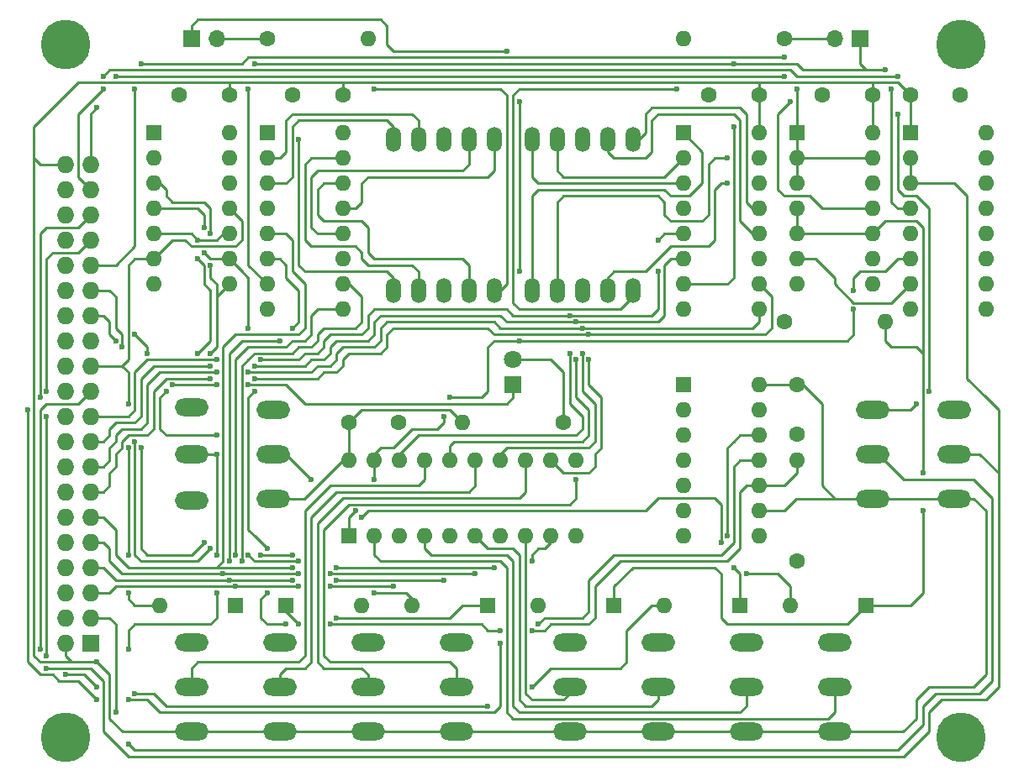
<source format=gtl>
G04 #@! TF.GenerationSoftware,KiCad,Pcbnew,(5.1.5)-3*
G04 #@! TF.CreationDate,2020-04-10T19:04:35+02:00*
G04 #@! TF.ProjectId,RC1802 UI,52433138-3032-4205-9549-2e6b69636164,rev?*
G04 #@! TF.SameCoordinates,Original*
G04 #@! TF.FileFunction,Copper,L1,Top*
G04 #@! TF.FilePolarity,Positive*
%FSLAX46Y46*%
G04 Gerber Fmt 4.6, Leading zero omitted, Abs format (unit mm)*
G04 Created by KiCad (PCBNEW (5.1.5)-3) date 2020-04-10 19:04:35*
%MOMM*%
%LPD*%
G04 APERTURE LIST*
%ADD10R,1.600000X1.600000*%
%ADD11O,1.600000X1.600000*%
%ADD12R,1.727200X1.727200*%
%ADD13O,1.727200X1.727200*%
%ADD14C,5.000000*%
%ADD15C,1.600000*%
%ADD16R,1.800000X1.800000*%
%ADD17C,1.800000*%
%ADD18O,1.524000X2.524000*%
%ADD19O,3.400000X1.800000*%
%ADD20R,1.700000X1.700000*%
%ADD21O,1.700000X1.700000*%
%ADD22C,0.600000*%
%ADD23C,0.250000*%
G04 APERTURE END LIST*
D10*
X178435000Y-80645000D03*
D11*
X186055000Y-95885000D03*
X178435000Y-83185000D03*
X186055000Y-93345000D03*
X178435000Y-85725000D03*
X186055000Y-90805000D03*
X178435000Y-88265000D03*
X186055000Y-88265000D03*
X178435000Y-90805000D03*
X186055000Y-85725000D03*
X178435000Y-93345000D03*
X186055000Y-83185000D03*
X178435000Y-95885000D03*
X186055000Y-80645000D03*
D12*
X107315000Y-132080000D03*
D13*
X104775000Y-132080000D03*
X107315000Y-129540000D03*
X104775000Y-129540000D03*
X107315000Y-127000000D03*
X104775000Y-127000000D03*
X107315000Y-124460000D03*
X104775000Y-124460000D03*
X107315000Y-121920000D03*
X104775000Y-121920000D03*
X107315000Y-119380000D03*
X104775000Y-119380000D03*
X107315000Y-116840000D03*
X104775000Y-116840000D03*
X107315000Y-114300000D03*
X104775000Y-114300000D03*
X107315000Y-111760000D03*
X104775000Y-111760000D03*
X107315000Y-109220000D03*
X104775000Y-109220000D03*
X107315000Y-106680000D03*
X104775000Y-106680000D03*
X107315000Y-104140000D03*
X104775000Y-104140000D03*
X107315000Y-101600000D03*
X104775000Y-101600000D03*
X107315000Y-99060000D03*
X104775000Y-99060000D03*
X107315000Y-96520000D03*
X104775000Y-96520000D03*
X107315000Y-93980000D03*
X104775000Y-93980000D03*
X107315000Y-91440000D03*
X104775000Y-91440000D03*
X107315000Y-88900000D03*
X104775000Y-88900000D03*
X107315000Y-86360000D03*
X104775000Y-86360000D03*
X107315000Y-83820000D03*
X104775000Y-83820000D03*
D10*
X167005000Y-80645000D03*
D11*
X174625000Y-98425000D03*
X167005000Y-83185000D03*
X174625000Y-95885000D03*
X167005000Y-85725000D03*
X174625000Y-93345000D03*
X167005000Y-88265000D03*
X174625000Y-90805000D03*
X167005000Y-90805000D03*
X174625000Y-88265000D03*
X167005000Y-93345000D03*
X174625000Y-85725000D03*
X167005000Y-95885000D03*
X174625000Y-83185000D03*
X167005000Y-98425000D03*
X174625000Y-80645000D03*
D10*
X133350000Y-121285000D03*
D11*
X156210000Y-113665000D03*
X135890000Y-121285000D03*
X153670000Y-113665000D03*
X138430000Y-121285000D03*
X151130000Y-113665000D03*
X140970000Y-121285000D03*
X148590000Y-113665000D03*
X143510000Y-121285000D03*
X146050000Y-113665000D03*
X146050000Y-121285000D03*
X143510000Y-113665000D03*
X148590000Y-121285000D03*
X140970000Y-113665000D03*
X151130000Y-121285000D03*
X138430000Y-113665000D03*
X153670000Y-121285000D03*
X135890000Y-113665000D03*
X156210000Y-121285000D03*
X133350000Y-113665000D03*
D10*
X167005000Y-106045000D03*
D11*
X174625000Y-121285000D03*
X167005000Y-108585000D03*
X174625000Y-118745000D03*
X167005000Y-111125000D03*
X174625000Y-116205000D03*
X167005000Y-113665000D03*
X174625000Y-113665000D03*
X167005000Y-116205000D03*
X174625000Y-111125000D03*
X167005000Y-118745000D03*
X174625000Y-108585000D03*
X167005000Y-121285000D03*
X174625000Y-106045000D03*
D10*
X189865000Y-80645000D03*
D11*
X197485000Y-98425000D03*
X189865000Y-83185000D03*
X197485000Y-95885000D03*
X189865000Y-85725000D03*
X197485000Y-93345000D03*
X189865000Y-88265000D03*
X197485000Y-90805000D03*
X189865000Y-90805000D03*
X197485000Y-88265000D03*
X189865000Y-93345000D03*
X197485000Y-85725000D03*
X189865000Y-95885000D03*
X197485000Y-83185000D03*
X189865000Y-98425000D03*
X197485000Y-80645000D03*
D10*
X113665000Y-80645000D03*
D11*
X121285000Y-95885000D03*
X113665000Y-83185000D03*
X121285000Y-93345000D03*
X113665000Y-85725000D03*
X121285000Y-90805000D03*
X113665000Y-88265000D03*
X121285000Y-88265000D03*
X113665000Y-90805000D03*
X121285000Y-85725000D03*
X113665000Y-93345000D03*
X121285000Y-83185000D03*
X113665000Y-95885000D03*
X121285000Y-80645000D03*
D14*
X104775000Y-71755000D03*
X194945000Y-71755000D03*
D10*
X125095000Y-80645000D03*
D11*
X132715000Y-98425000D03*
X125095000Y-83185000D03*
X132715000Y-95885000D03*
X125095000Y-85725000D03*
X132715000Y-93345000D03*
X125095000Y-88265000D03*
X132715000Y-90805000D03*
X125095000Y-90805000D03*
X132715000Y-88265000D03*
X125095000Y-93345000D03*
X132715000Y-85725000D03*
X125095000Y-95885000D03*
X132715000Y-83185000D03*
X125095000Y-98425000D03*
X132715000Y-80645000D03*
D15*
X177165000Y-99695000D03*
D11*
X187325000Y-99695000D03*
D15*
X178435000Y-123825000D03*
D11*
X178435000Y-113665000D03*
D15*
X154940000Y-109855000D03*
D11*
X144780000Y-109855000D03*
D14*
X194945000Y-141605000D03*
X104775000Y-141605000D03*
D10*
X160020000Y-128270000D03*
D11*
X152400000Y-128270000D03*
D10*
X185420000Y-128270000D03*
D11*
X177800000Y-128270000D03*
D10*
X172720000Y-128270000D03*
D11*
X165100000Y-128270000D03*
D10*
X127000000Y-128270000D03*
D11*
X134620000Y-128270000D03*
D10*
X121920000Y-128270000D03*
D11*
X114300000Y-128270000D03*
D10*
X147320000Y-128270000D03*
D11*
X139700000Y-128270000D03*
D16*
X149860000Y-106045000D03*
D17*
X149860000Y-103505000D03*
D15*
X174625000Y-76835000D03*
X169625000Y-76835000D03*
X133350000Y-109855000D03*
X138350000Y-109855000D03*
X132715000Y-76835000D03*
X127715000Y-76835000D03*
X186055000Y-76835000D03*
X181055000Y-76835000D03*
X178435000Y-106045000D03*
X178435000Y-111045000D03*
X189865000Y-76835000D03*
X194865000Y-76835000D03*
X121285000Y-76835000D03*
X116285000Y-76835000D03*
D18*
X151765000Y-96520000D03*
X154305000Y-96520000D03*
X156845000Y-96520000D03*
X159385000Y-96520000D03*
X161925000Y-96520000D03*
X161925000Y-81280000D03*
X159385000Y-81280000D03*
X156845000Y-81280000D03*
X154305000Y-81280000D03*
X151765000Y-81280000D03*
X137795000Y-96520000D03*
X140335000Y-96520000D03*
X142875000Y-96520000D03*
X145415000Y-96520000D03*
X147955000Y-96520000D03*
X147955000Y-81280000D03*
X145415000Y-81280000D03*
X142875000Y-81280000D03*
X140335000Y-81280000D03*
X137795000Y-81280000D03*
D19*
X194310000Y-117530000D03*
X194310000Y-113030000D03*
X194310000Y-108530000D03*
X125730000Y-117530000D03*
X125730000Y-113030000D03*
X125730000Y-108530000D03*
X173355000Y-141025000D03*
X173355000Y-136525000D03*
X173355000Y-132025000D03*
D20*
X117475000Y-71120000D03*
D21*
X120015000Y-71120000D03*
D20*
X184785000Y-71120000D03*
D21*
X182245000Y-71120000D03*
D15*
X125095000Y-71120000D03*
D11*
X135255000Y-71120000D03*
D15*
X177165000Y-71120000D03*
D11*
X167005000Y-71120000D03*
D19*
X186055000Y-117530000D03*
X186055000Y-113030000D03*
X186055000Y-108530000D03*
X117475000Y-141025000D03*
X117475000Y-136525000D03*
X117475000Y-132025000D03*
X126365000Y-141025000D03*
X126365000Y-136525000D03*
X126365000Y-132025000D03*
X135255000Y-141025000D03*
X135255000Y-136525000D03*
X135255000Y-132025000D03*
X144145000Y-141025000D03*
X144145000Y-136525000D03*
X144145000Y-132025000D03*
X155575000Y-141025000D03*
X155575000Y-136525000D03*
X155575000Y-132025000D03*
X164465000Y-141025000D03*
X164465000Y-136525000D03*
X164465000Y-132025000D03*
X182245000Y-141025000D03*
X182245000Y-136525000D03*
X182245000Y-132025000D03*
X117475000Y-108330000D03*
X117475000Y-113030000D03*
X117475000Y-117730000D03*
D22*
X128270000Y-81280000D03*
X171450000Y-83185000D03*
X171450000Y-85725000D03*
X107950000Y-133985000D03*
X111125000Y-132715000D03*
X120015000Y-127000000D03*
X120015000Y-123190000D03*
X120015000Y-113030000D03*
X123190000Y-100330000D03*
X123825000Y-106680000D03*
X132080000Y-129540000D03*
X127000000Y-130175000D03*
X125095000Y-122555000D03*
X125095000Y-127000000D03*
X118745000Y-92710000D03*
X118745000Y-90170000D03*
X152400000Y-130175000D03*
X127635000Y-123190000D03*
X135890000Y-127000000D03*
X112395000Y-112395000D03*
X118745000Y-121920000D03*
X109855000Y-101600000D03*
X124460000Y-123190000D03*
X128270000Y-130175000D03*
X131445000Y-130175000D03*
X148590000Y-130810000D03*
X151765000Y-130810000D03*
X110490000Y-102235000D03*
X123190000Y-123190000D03*
X119380000Y-122555000D03*
X128270000Y-123825000D03*
X111760000Y-111760000D03*
X172085000Y-124460000D03*
X171450000Y-121285000D03*
X102870000Y-106680000D03*
X102870000Y-109220000D03*
X102870000Y-133350000D03*
X104775000Y-135255000D03*
X111760000Y-137160000D03*
X107950000Y-136525000D03*
X147320000Y-138430000D03*
X151765000Y-136525000D03*
X191135000Y-118745000D03*
X191135000Y-114935000D03*
X134620000Y-119380000D03*
X173355000Y-125095000D03*
X170815000Y-121920000D03*
X129540000Y-115570000D03*
X120015000Y-111125000D03*
X118110000Y-91440000D03*
X118110000Y-93345000D03*
X118110000Y-102870000D03*
X114935000Y-106680000D03*
X102235000Y-107315000D03*
X100965000Y-108585000D03*
X111125000Y-137795000D03*
X107950000Y-137795000D03*
X148590000Y-132080000D03*
X177800000Y-77470000D03*
X177165000Y-73025000D03*
X112395000Y-73660000D03*
X111760000Y-76200000D03*
X190500000Y-107950000D03*
X191770000Y-106680000D03*
X107950000Y-78105000D03*
X108585000Y-74930000D03*
X188595000Y-74930000D03*
X188595000Y-78740000D03*
X177165000Y-74930000D03*
X178435000Y-76200000D03*
X108585000Y-76200000D03*
X109855000Y-74930000D03*
X155575000Y-99060000D03*
X155575000Y-102870000D03*
X164465000Y-91440000D03*
X120015000Y-103505000D03*
X124460000Y-103505000D03*
X164465000Y-94615000D03*
X156210000Y-99695000D03*
X156210000Y-103505000D03*
X123825000Y-104140000D03*
X119380000Y-104140000D03*
X156845000Y-100330000D03*
X156845000Y-102870000D03*
X123190000Y-104775000D03*
X120015000Y-104775000D03*
X157480000Y-100965000D03*
X157480000Y-103505000D03*
X123825000Y-105410000D03*
X119380000Y-105410000D03*
X127635000Y-124460000D03*
X132080000Y-124460000D03*
X151765000Y-123825000D03*
X147955000Y-124460000D03*
X120650000Y-125095000D03*
X121285000Y-123825000D03*
X126365000Y-101600000D03*
X127635000Y-100330000D03*
X131445000Y-125095000D03*
X128270000Y-125095000D03*
X146050000Y-125095000D03*
X121920000Y-123190000D03*
X121285000Y-125730000D03*
X142875000Y-125730000D03*
X127635000Y-125730000D03*
X132080000Y-125730000D03*
X121920000Y-126365000D03*
X122555000Y-123825000D03*
X128270000Y-126365000D03*
X131445000Y-126365000D03*
X137795000Y-126365000D03*
X156210000Y-115570000D03*
X123190000Y-76200000D03*
X123825000Y-73660000D03*
X172085000Y-73660000D03*
X172085000Y-80010000D03*
X187960000Y-76200000D03*
X187325000Y-74295000D03*
X150495000Y-101600000D03*
X150495000Y-94615000D03*
X150495000Y-77470000D03*
X149225000Y-72390000D03*
X143510000Y-107315000D03*
X142875000Y-109220000D03*
X184150000Y-98425000D03*
X184150000Y-96520000D03*
X135890000Y-115570000D03*
X133985000Y-118745000D03*
X111125000Y-123190000D03*
X111125000Y-127000000D03*
X111125000Y-112395000D03*
X111125000Y-107950000D03*
X102870000Y-134620000D03*
X102235000Y-132715000D03*
X111125000Y-142240000D03*
X109855000Y-139065000D03*
X119380000Y-102870000D03*
X119380000Y-93980000D03*
X119380000Y-90805000D03*
X135890000Y-76200000D03*
X166370000Y-76200000D03*
X123190000Y-106045000D03*
X120015000Y-106045000D03*
X115570000Y-106045000D03*
X113030000Y-102870000D03*
X111760000Y-100965000D03*
D23*
X128270000Y-87630000D02*
X128270000Y-81280000D01*
X130175000Y-94615000D02*
X128905000Y-94615000D01*
X128270000Y-93980000D02*
X128270000Y-87630000D01*
X128905000Y-94615000D02*
X128270000Y-93980000D01*
X131445000Y-94615000D02*
X130175000Y-94615000D01*
X137160000Y-94615000D02*
X137795000Y-95250000D01*
X131445000Y-94615000D02*
X137160000Y-94615000D01*
X137795000Y-95250000D02*
X137795000Y-96520000D01*
X133985000Y-92075000D02*
X134620000Y-92710000D01*
X139700000Y-93980000D02*
X140335000Y-94615000D01*
X135255000Y-93980000D02*
X139700000Y-93980000D01*
X134620000Y-93345000D02*
X135255000Y-93980000D01*
X134620000Y-92710000D02*
X134620000Y-93345000D01*
X130810000Y-92075000D02*
X129540000Y-92075000D01*
X129540000Y-83185000D02*
X130810000Y-83185000D01*
X128905000Y-83820000D02*
X129540000Y-83185000D01*
X128905000Y-91440000D02*
X128905000Y-83820000D01*
X129540000Y-92075000D02*
X128905000Y-91440000D01*
X132715000Y-83185000D02*
X130810000Y-83185000D01*
X130810000Y-92075000D02*
X132080000Y-92075000D01*
X132715000Y-83185000D02*
X132080000Y-83185000D01*
X132080000Y-92075000D02*
X133985000Y-92075000D01*
X140335000Y-94615000D02*
X140335000Y-96520000D01*
X134620000Y-89535000D02*
X135255000Y-90170000D01*
X144780000Y-93345000D02*
X145415000Y-93980000D01*
X135890000Y-93345000D02*
X144780000Y-93345000D01*
X135255000Y-92710000D02*
X135890000Y-93345000D01*
X135255000Y-90170000D02*
X135255000Y-92710000D01*
X132715000Y-85725000D02*
X130810000Y-85725000D01*
X130810000Y-89535000D02*
X132080000Y-89535000D01*
X130175000Y-88900000D02*
X130810000Y-89535000D01*
X130175000Y-86360000D02*
X130175000Y-88900000D01*
X130810000Y-85725000D02*
X130175000Y-86360000D01*
X132715000Y-85725000D02*
X132080000Y-85725000D01*
X132080000Y-89535000D02*
X133985000Y-89535000D01*
X133985000Y-89535000D02*
X134620000Y-89535000D01*
X145415000Y-93980000D02*
X145415000Y-96520000D01*
X147955000Y-81280000D02*
X147955000Y-84455000D01*
X133985000Y-88265000D02*
X132715000Y-88265000D01*
X134620000Y-87630000D02*
X133985000Y-88265000D01*
X134620000Y-85725000D02*
X134620000Y-87630000D01*
X135255000Y-85090000D02*
X134620000Y-85725000D01*
X147320000Y-85090000D02*
X135255000Y-85090000D01*
X147955000Y-84455000D02*
X147320000Y-85090000D01*
X131445000Y-90805000D02*
X130175000Y-90805000D01*
X130175000Y-84455000D02*
X131445000Y-84455000D01*
X129540000Y-85090000D02*
X130175000Y-84455000D01*
X129540000Y-90170000D02*
X129540000Y-85090000D01*
X130175000Y-90805000D02*
X129540000Y-90170000D01*
X132715000Y-90805000D02*
X131445000Y-90805000D01*
X145415000Y-83820000D02*
X145415000Y-81280000D01*
X131445000Y-84455000D02*
X144780000Y-84455000D01*
X144780000Y-84455000D02*
X145415000Y-83820000D01*
X134620000Y-78740000D02*
X139700000Y-78740000D01*
X126365000Y-83185000D02*
X127000000Y-82550000D01*
X127000000Y-82550000D02*
X127000000Y-79375000D01*
X127000000Y-79375000D02*
X127635000Y-78740000D01*
X127635000Y-78740000D02*
X134620000Y-78740000D01*
X125095000Y-83185000D02*
X126365000Y-83185000D01*
X140335000Y-79375000D02*
X140335000Y-81280000D01*
X139700000Y-78740000D02*
X140335000Y-79375000D01*
X134620000Y-79375000D02*
X137160000Y-79375000D01*
X127000000Y-85725000D02*
X127635000Y-85090000D01*
X127635000Y-85090000D02*
X127635000Y-80010000D01*
X127635000Y-80010000D02*
X128270000Y-79375000D01*
X128270000Y-79375000D02*
X134620000Y-79375000D01*
X125095000Y-85725000D02*
X127000000Y-85725000D01*
X137795000Y-80010000D02*
X137795000Y-81280000D01*
X137160000Y-79375000D02*
X137795000Y-80010000D01*
X165735000Y-86995000D02*
X165100000Y-86360000D01*
X151765000Y-86995000D02*
X151765000Y-87630000D01*
X152400000Y-86360000D02*
X151765000Y-86995000D01*
X165100000Y-86360000D02*
X152400000Y-86360000D01*
X151765000Y-96520000D02*
X151765000Y-87630000D01*
X168910000Y-82550000D02*
X167005000Y-80645000D01*
X168910000Y-85725000D02*
X168910000Y-82550000D01*
X167640000Y-86995000D02*
X168910000Y-85725000D01*
X165735000Y-86995000D02*
X167640000Y-86995000D01*
X170180000Y-83185000D02*
X171450000Y-83185000D01*
X169545000Y-88900000D02*
X168910000Y-89535000D01*
X169545000Y-83820000D02*
X169545000Y-88900000D01*
X170180000Y-83185000D02*
X169545000Y-83820000D01*
X154305000Y-90170000D02*
X154305000Y-96520000D01*
X165735000Y-89535000D02*
X168275000Y-89535000D01*
X168910000Y-89535000D02*
X168275000Y-89535000D01*
X165100000Y-88900000D02*
X165100000Y-87630000D01*
X165100000Y-87630000D02*
X164465000Y-86995000D01*
X164465000Y-86995000D02*
X154940000Y-86995000D01*
X154940000Y-86995000D02*
X154305000Y-87630000D01*
X154305000Y-87630000D02*
X154305000Y-90170000D01*
X165735000Y-89535000D02*
X165100000Y-88900000D01*
X170815000Y-85725000D02*
X171450000Y-85725000D01*
X159385000Y-96520000D02*
X159385000Y-95250000D01*
X165735000Y-92075000D02*
X163195000Y-94615000D01*
X163195000Y-94615000D02*
X160020000Y-94615000D01*
X160020000Y-94615000D02*
X159385000Y-95250000D01*
X168275000Y-92075000D02*
X169545000Y-92075000D01*
X170180000Y-86360000D02*
X170815000Y-85725000D01*
X170180000Y-91440000D02*
X170180000Y-86360000D01*
X169545000Y-92075000D02*
X170180000Y-91440000D01*
X168275000Y-92075000D02*
X165735000Y-92075000D01*
X161925000Y-81280000D02*
X162560000Y-81280000D01*
X162560000Y-81280000D02*
X163195000Y-80645000D01*
X163195000Y-80645000D02*
X163195000Y-78740000D01*
X163195000Y-78740000D02*
X163830000Y-78105000D01*
X174625000Y-88265000D02*
X173990000Y-88265000D01*
X173990000Y-88265000D02*
X173355000Y-87630000D01*
X173355000Y-87630000D02*
X173355000Y-78740000D01*
X173355000Y-78740000D02*
X172720000Y-78105000D01*
X172720000Y-78105000D02*
X163830000Y-78105000D01*
X163830000Y-81915000D02*
X163830000Y-82550000D01*
X160020000Y-83185000D02*
X159385000Y-82550000D01*
X163195000Y-83185000D02*
X160020000Y-83185000D01*
X163830000Y-82550000D02*
X163195000Y-83185000D01*
X165100000Y-78740000D02*
X164465000Y-78740000D01*
X172720000Y-79375000D02*
X172085000Y-78740000D01*
X172085000Y-78740000D02*
X165100000Y-78740000D01*
X173990000Y-90805000D02*
X172720000Y-89535000D01*
X172720000Y-89535000D02*
X172720000Y-84455000D01*
X172720000Y-84455000D02*
X172720000Y-79375000D01*
X159385000Y-82550000D02*
X159385000Y-81280000D01*
X163830000Y-79375000D02*
X163830000Y-81915000D01*
X164465000Y-78740000D02*
X163830000Y-79375000D01*
X174625000Y-90805000D02*
X173990000Y-90805000D01*
X154305000Y-81280000D02*
X154305000Y-84455000D01*
X165100000Y-85090000D02*
X167005000Y-83185000D01*
X154940000Y-85090000D02*
X165100000Y-85090000D01*
X154305000Y-84455000D02*
X154940000Y-85090000D01*
X151765000Y-81280000D02*
X151765000Y-85090000D01*
X152400000Y-85725000D02*
X167005000Y-85725000D01*
X151765000Y-85090000D02*
X152400000Y-85725000D01*
X104775000Y-83820000D02*
X102235000Y-83820000D01*
X102235000Y-83820000D02*
X101600000Y-83185000D01*
X114935000Y-130175000D02*
X111760000Y-130175000D01*
X111125000Y-130810000D02*
X111125000Y-132715000D01*
X111760000Y-130175000D02*
X111125000Y-130810000D01*
X115570000Y-130175000D02*
X119380000Y-130175000D01*
X114935000Y-130175000D02*
X115570000Y-130175000D01*
X105410000Y-133985000D02*
X107950000Y-133985000D01*
X107950000Y-133985000D02*
X109220000Y-135255000D01*
X109220000Y-135255000D02*
X109220000Y-139700000D01*
X101600000Y-80010000D02*
X106045000Y-75565000D01*
X105410000Y-133985000D02*
X102235000Y-133985000D01*
X101600000Y-133350000D02*
X101600000Y-83185000D01*
X101600000Y-83185000D02*
X101600000Y-80010000D01*
X102235000Y-133985000D02*
X101600000Y-133350000D01*
X104775000Y-133350000D02*
X105410000Y-133985000D01*
X125730000Y-117530000D02*
X128850000Y-117530000D01*
X128850000Y-117530000D02*
X132715000Y-113665000D01*
X132715000Y-113665000D02*
X133350000Y-113665000D01*
X143510000Y-108585000D02*
X134620000Y-108585000D01*
X134620000Y-108585000D02*
X133350000Y-109855000D01*
X117475000Y-113030000D02*
X120015000Y-113030000D01*
X120015000Y-129540000D02*
X120015000Y-127000000D01*
X119380000Y-130175000D02*
X120015000Y-129540000D01*
X120015000Y-123190000D02*
X120015000Y-113030000D01*
X117475000Y-113030000D02*
X116840000Y-113030000D01*
X114300000Y-141025000D02*
X114300000Y-140970000D01*
X114300000Y-140970000D02*
X114300000Y-141025000D01*
X194310000Y-117530000D02*
X186055000Y-117530000D01*
X143455000Y-108530000D02*
X143510000Y-108585000D01*
X143510000Y-108585000D02*
X144780000Y-109855000D01*
X194310000Y-117530000D02*
X196270000Y-117530000D01*
X191770000Y-136525000D02*
X193040000Y-136525000D01*
X190500000Y-137795000D02*
X191770000Y-136525000D01*
X190500000Y-139700000D02*
X190500000Y-137795000D01*
X189175000Y-141025000D02*
X190500000Y-139700000D01*
X182245000Y-141025000D02*
X189175000Y-141025000D01*
X197485000Y-118745000D02*
X197485000Y-135255000D01*
X197485000Y-135255000D02*
X196215000Y-136525000D01*
X196215000Y-136525000D02*
X193040000Y-136525000D01*
X196270000Y-117530000D02*
X197485000Y-118745000D01*
X178435000Y-106045000D02*
X179070000Y-106045000D01*
X179070000Y-106045000D02*
X180975000Y-107950000D01*
X180975000Y-116205000D02*
X182300000Y-117530000D01*
X180975000Y-107950000D02*
X180975000Y-116205000D01*
X174625000Y-106045000D02*
X178435000Y-106045000D01*
X174625000Y-118745000D02*
X177165000Y-118745000D01*
X178380000Y-117530000D02*
X182300000Y-117530000D01*
X182300000Y-117530000D02*
X186055000Y-117530000D01*
X177165000Y-118745000D02*
X178380000Y-117530000D01*
X174625000Y-76835000D02*
X174625000Y-80645000D01*
X189865000Y-76835000D02*
X189865000Y-80645000D01*
X186055000Y-76835000D02*
X186055000Y-80645000D01*
X133350000Y-109855000D02*
X133350000Y-113665000D01*
X110545000Y-141025000D02*
X114300000Y-141025000D01*
X109220000Y-139700000D02*
X110545000Y-141025000D01*
X114300000Y-141025000D02*
X117475000Y-141025000D01*
X173355000Y-141025000D02*
X182245000Y-141025000D01*
X164465000Y-141025000D02*
X173355000Y-141025000D01*
X155575000Y-141025000D02*
X164465000Y-141025000D01*
X144145000Y-141025000D02*
X155575000Y-141025000D01*
X135255000Y-141025000D02*
X144145000Y-141025000D01*
X126365000Y-141025000D02*
X135255000Y-141025000D01*
X117475000Y-141025000D02*
X126365000Y-141025000D01*
X186055000Y-75565000D02*
X186055000Y-76835000D01*
X174625000Y-76835000D02*
X174625000Y-75565000D01*
X132715000Y-75565000D02*
X132715000Y-76835000D01*
X121285000Y-75565000D02*
X122555000Y-75565000D01*
X121285000Y-75565000D02*
X121285000Y-76835000D01*
X106045000Y-75565000D02*
X121285000Y-75565000D01*
X133985000Y-75565000D02*
X132715000Y-75565000D01*
X174625000Y-75565000D02*
X133985000Y-75565000D01*
X132715000Y-75565000D02*
X122555000Y-75565000D01*
X175895000Y-75565000D02*
X174625000Y-75565000D01*
X175895000Y-75565000D02*
X184785000Y-75565000D01*
X184785000Y-75565000D02*
X186055000Y-75565000D01*
X186055000Y-75565000D02*
X188595000Y-75565000D01*
X188595000Y-75565000D02*
X189865000Y-76835000D01*
X104775000Y-132080000D02*
X104775000Y-133350000D01*
X124460000Y-127635000D02*
X125095000Y-127000000D01*
X121285000Y-93345000D02*
X122555000Y-94615000D01*
X123190000Y-100330000D02*
X123190000Y-97155000D01*
X123190000Y-107315000D02*
X123825000Y-106680000D01*
X123190000Y-97155000D02*
X123190000Y-96520000D01*
X123190000Y-95250000D02*
X122555000Y-94615000D01*
X123190000Y-96520000D02*
X123190000Y-95250000D01*
X144780000Y-128270000D02*
X143510000Y-129540000D01*
X143510000Y-129540000D02*
X132080000Y-129540000D01*
X127000000Y-130175000D02*
X125095000Y-130175000D01*
X125095000Y-130175000D02*
X124460000Y-129540000D01*
X124460000Y-129540000D02*
X124460000Y-127635000D01*
X144780000Y-128270000D02*
X147320000Y-128270000D01*
X123190000Y-107315000D02*
X123190000Y-118745000D01*
X123190000Y-120650000D02*
X123190000Y-118745000D01*
X123825000Y-121285000D02*
X123190000Y-120650000D01*
X125095000Y-122555000D02*
X123825000Y-121285000D01*
X118745000Y-92710000D02*
X119380000Y-93345000D01*
X119380000Y-93345000D02*
X121285000Y-93345000D01*
X113665000Y-88265000D02*
X118110000Y-88265000D01*
X118745000Y-88900000D02*
X118745000Y-90170000D01*
X118110000Y-88265000D02*
X118745000Y-88900000D01*
X169545000Y-123190000D02*
X170815000Y-123190000D01*
X157480000Y-128905000D02*
X157480000Y-125730000D01*
X153035000Y-129540000D02*
X156845000Y-129540000D01*
X156845000Y-129540000D02*
X157480000Y-128905000D01*
X152400000Y-130175000D02*
X153035000Y-129540000D01*
X160020000Y-123190000D02*
X160655000Y-123190000D01*
X157480000Y-125730000D02*
X160020000Y-123190000D01*
X160655000Y-123190000D02*
X169545000Y-123190000D01*
X172720000Y-113665000D02*
X174625000Y-113665000D01*
X172085000Y-114300000D02*
X172720000Y-113665000D01*
X172085000Y-121920000D02*
X172085000Y-114300000D01*
X170815000Y-123190000D02*
X172085000Y-121920000D01*
X127635000Y-123190000D02*
X124460000Y-123190000D01*
X139065000Y-127000000D02*
X135890000Y-127000000D01*
X139700000Y-127635000D02*
X139065000Y-127000000D01*
X112395000Y-113030000D02*
X112395000Y-112395000D01*
X117475000Y-123190000D02*
X113030000Y-123190000D01*
X113030000Y-123190000D02*
X112395000Y-122555000D01*
X112395000Y-122555000D02*
X112395000Y-113030000D01*
X118745000Y-121920000D02*
X117475000Y-123190000D01*
X139700000Y-127635000D02*
X139700000Y-128270000D01*
X109855000Y-101600000D02*
X109855000Y-101600000D01*
X108585000Y-99060000D02*
X107315000Y-99060000D01*
X109855000Y-101600000D02*
X109220000Y-100965000D01*
X109220000Y-100965000D02*
X109220000Y-99695000D01*
X109220000Y-99695000D02*
X108585000Y-99060000D01*
X153670000Y-130175000D02*
X157480000Y-130175000D01*
X158115000Y-129540000D02*
X158115000Y-126365000D01*
X157480000Y-130175000D02*
X158115000Y-129540000D01*
X153670000Y-130175000D02*
X153035000Y-130810000D01*
X158115000Y-126365000D02*
X160655000Y-123825000D01*
X174625000Y-116205000D02*
X173355000Y-116205000D01*
X172720000Y-116840000D02*
X173355000Y-116205000D01*
X172720000Y-122555000D02*
X172720000Y-116840000D01*
X171450000Y-123825000D02*
X172720000Y-122555000D01*
X160655000Y-123825000D02*
X171450000Y-123825000D01*
X147320000Y-130810000D02*
X148590000Y-130810000D01*
X131445000Y-130175000D02*
X146685000Y-130175000D01*
X128270000Y-130175000D02*
X127000000Y-128905000D01*
X146685000Y-130175000D02*
X147320000Y-130810000D01*
X153035000Y-130810000D02*
X151765000Y-130810000D01*
X127000000Y-128270000D02*
X127000000Y-128905000D01*
X174625000Y-116205000D02*
X177165000Y-116205000D01*
X177165000Y-116205000D02*
X178435000Y-114935000D01*
X178435000Y-114935000D02*
X178435000Y-113665000D01*
X110490000Y-102235000D02*
X110490000Y-100965000D01*
X119380000Y-122555000D02*
X118110000Y-123825000D01*
X123825000Y-123825000D02*
X123190000Y-123190000D01*
X128270000Y-123825000D02*
X124460000Y-123825000D01*
X124460000Y-123825000D02*
X123825000Y-123825000D01*
X111760000Y-123190000D02*
X111760000Y-111760000D01*
X112395000Y-123825000D02*
X111760000Y-123190000D01*
X118110000Y-123825000D02*
X112395000Y-123825000D01*
X109220000Y-96520000D02*
X107315000Y-96520000D01*
X109855000Y-97155000D02*
X109220000Y-96520000D01*
X109855000Y-100330000D02*
X109855000Y-97155000D01*
X110490000Y-100965000D02*
X109855000Y-100330000D01*
X172085000Y-111760000D02*
X171450000Y-112395000D01*
X172720000Y-125095000D02*
X172085000Y-124460000D01*
X172085000Y-111760000D02*
X172720000Y-111125000D01*
X174625000Y-111125000D02*
X172720000Y-111125000D01*
X172720000Y-125095000D02*
X172720000Y-128270000D01*
X171450000Y-112395000D02*
X171450000Y-121285000D01*
X113665000Y-137160000D02*
X114935000Y-138430000D01*
X114935000Y-138430000D02*
X140970000Y-138430000D01*
X104775000Y-135255000D02*
X106680000Y-135255000D01*
X102870000Y-109220000D02*
X102870000Y-133350000D01*
X103505000Y-92710000D02*
X106045000Y-92710000D01*
X102870000Y-93345000D02*
X103505000Y-92710000D01*
X106045000Y-92710000D02*
X107315000Y-91440000D01*
X102870000Y-93345000D02*
X102870000Y-106680000D01*
X106680000Y-135255000D02*
X107950000Y-136525000D01*
X111760000Y-137160000D02*
X113665000Y-137160000D01*
X147320000Y-138430000D02*
X140970000Y-138430000D01*
X165100000Y-128270000D02*
X163830000Y-128270000D01*
X153670000Y-134620000D02*
X151765000Y-136525000D01*
X160655000Y-134620000D02*
X153670000Y-134620000D01*
X161290000Y-133985000D02*
X160655000Y-134620000D01*
X161290000Y-130810000D02*
X161290000Y-133985000D01*
X163830000Y-128270000D02*
X161290000Y-130810000D01*
X160020000Y-128270000D02*
X160020000Y-126365000D01*
X170815000Y-129540000D02*
X171450000Y-130175000D01*
X170815000Y-125095000D02*
X170815000Y-129540000D01*
X170180000Y-124460000D02*
X170815000Y-125095000D01*
X161925000Y-124460000D02*
X170180000Y-124460000D01*
X160020000Y-126365000D02*
X161925000Y-124460000D01*
X191135000Y-127000000D02*
X191135000Y-118745000D01*
X191135000Y-102870000D02*
X191135000Y-114935000D01*
X189865000Y-128270000D02*
X185420000Y-128270000D01*
X189865000Y-128270000D02*
X191135000Y-127000000D01*
X190500000Y-102235000D02*
X191135000Y-102870000D01*
X187325000Y-99695000D02*
X187325000Y-101600000D01*
X187960000Y-102235000D02*
X190500000Y-102235000D01*
X187325000Y-101600000D02*
X187960000Y-102235000D01*
X191135000Y-102870000D02*
X191135000Y-102235000D01*
X191135000Y-102235000D02*
X191135000Y-90170000D01*
X187325000Y-89535000D02*
X186055000Y-90805000D01*
X190500000Y-89535000D02*
X187325000Y-89535000D01*
X191135000Y-90170000D02*
X190500000Y-89535000D01*
X178435000Y-88265000D02*
X178435000Y-90805000D01*
X186055000Y-90805000D02*
X178435000Y-90805000D01*
X171450000Y-130175000D02*
X183515000Y-130175000D01*
X183515000Y-130175000D02*
X185420000Y-128270000D01*
X176530000Y-125095000D02*
X177800000Y-126365000D01*
X173355000Y-125095000D02*
X176530000Y-125095000D01*
X170815000Y-120650000D02*
X170815000Y-121920000D01*
X177800000Y-128270000D02*
X177800000Y-126365000D01*
X135255000Y-118745000D02*
X156845000Y-118745000D01*
X134620000Y-119380000D02*
X135255000Y-118745000D01*
X156845000Y-118745000D02*
X163195000Y-118745000D01*
X164465000Y-117475000D02*
X170180000Y-117475000D01*
X170180000Y-117475000D02*
X170815000Y-118110000D01*
X170815000Y-118110000D02*
X170815000Y-120650000D01*
X163195000Y-118745000D02*
X164465000Y-117475000D01*
X129540000Y-115570000D02*
X127000000Y-113030000D01*
X127000000Y-113030000D02*
X125730000Y-113030000D01*
X114935000Y-111125000D02*
X114300000Y-110490000D01*
X115570000Y-111125000D02*
X114935000Y-111125000D01*
X120015000Y-111125000D02*
X115570000Y-111125000D01*
X113665000Y-90805000D02*
X117475000Y-90805000D01*
X117475000Y-90805000D02*
X118110000Y-91440000D01*
X118110000Y-93345000D02*
X118745000Y-93980000D01*
X118745000Y-93980000D02*
X118745000Y-95885000D01*
X118745000Y-95885000D02*
X119380000Y-96520000D01*
X119380000Y-96520000D02*
X119380000Y-101600000D01*
X119380000Y-101600000D02*
X118110000Y-102870000D01*
X114935000Y-106680000D02*
X114300000Y-107315000D01*
X114300000Y-107315000D02*
X114300000Y-110490000D01*
X121285000Y-90805000D02*
X120650000Y-90805000D01*
X120650000Y-90805000D02*
X120015000Y-91440000D01*
X120015000Y-91440000D02*
X118110000Y-91440000D01*
X113030000Y-137795000D02*
X114300000Y-139065000D01*
X102235000Y-135255000D02*
X103505000Y-135255000D01*
X100965000Y-108585000D02*
X100965000Y-133985000D01*
X100965000Y-133985000D02*
X102235000Y-135255000D01*
X107315000Y-88900000D02*
X106045000Y-90170000D01*
X102870000Y-90170000D02*
X102235000Y-90805000D01*
X106045000Y-90170000D02*
X102870000Y-90170000D01*
X102235000Y-90805000D02*
X102235000Y-107315000D01*
X106045000Y-135890000D02*
X107950000Y-137795000D01*
X104140000Y-135890000D02*
X106045000Y-135890000D01*
X103505000Y-135255000D02*
X104140000Y-135890000D01*
X111125000Y-137795000D02*
X113030000Y-137795000D01*
X140970000Y-139065000D02*
X147955000Y-139065000D01*
X114300000Y-139065000D02*
X140970000Y-139065000D01*
X148590000Y-138430000D02*
X148590000Y-132080000D01*
X147955000Y-139065000D02*
X148590000Y-138430000D01*
X107315000Y-93980000D02*
X109855000Y-93980000D01*
X176530000Y-86360000D02*
X177165000Y-86995000D01*
X176530000Y-78740000D02*
X176530000Y-86360000D01*
X177800000Y-77470000D02*
X176530000Y-78740000D01*
X123190000Y-73025000D02*
X177165000Y-73025000D01*
X122555000Y-73660000D02*
X123190000Y-73025000D01*
X112395000Y-73660000D02*
X122555000Y-73660000D01*
X111760000Y-92075000D02*
X111760000Y-76200000D01*
X109855000Y-93980000D02*
X111760000Y-92075000D01*
X186055000Y-88265000D02*
X180975000Y-88265000D01*
X179705000Y-86995000D02*
X177165000Y-86995000D01*
X180975000Y-88265000D02*
X179705000Y-86995000D01*
X189230000Y-86995000D02*
X188595000Y-86360000D01*
X189920000Y-108530000D02*
X190500000Y-107950000D01*
X191770000Y-106680000D02*
X191770000Y-88265000D01*
X191770000Y-88265000D02*
X191135000Y-87630000D01*
X191135000Y-87630000D02*
X190500000Y-86995000D01*
X190500000Y-86995000D02*
X189230000Y-86995000D01*
X186055000Y-108530000D02*
X189920000Y-108530000D01*
X107315000Y-78740000D02*
X107315000Y-83820000D01*
X107950000Y-78105000D02*
X107315000Y-78740000D01*
X109220000Y-74295000D02*
X108585000Y-74930000D01*
X177800000Y-74295000D02*
X109220000Y-74295000D01*
X178435000Y-74930000D02*
X177800000Y-74295000D01*
X188595000Y-74930000D02*
X178435000Y-74930000D01*
X188595000Y-86360000D02*
X188595000Y-78740000D01*
X178435000Y-80645000D02*
X178435000Y-76200000D01*
X109855000Y-74930000D02*
X177165000Y-74930000D01*
X106045000Y-85090000D02*
X106045000Y-78740000D01*
X106045000Y-85090000D02*
X107315000Y-86360000D01*
X108585000Y-76200000D02*
X106045000Y-78740000D01*
X178435000Y-85725000D02*
X178435000Y-83185000D01*
X178435000Y-80645000D02*
X178435000Y-83185000D01*
X178435000Y-83185000D02*
X186055000Y-83185000D01*
X138430000Y-113665000D02*
X138430000Y-113030000D01*
X138430000Y-113030000D02*
X140335000Y-111125000D01*
X140335000Y-111125000D02*
X141605000Y-111125000D01*
X156210000Y-111125000D02*
X156845000Y-110490000D01*
X141605000Y-111125000D02*
X156210000Y-111125000D01*
X155575000Y-107950000D02*
X155575000Y-102870000D01*
X156845000Y-109220000D02*
X155575000Y-107950000D01*
X156845000Y-110490000D02*
X156845000Y-109220000D01*
X164465000Y-98425000D02*
X164465000Y-94615000D01*
X163830000Y-99060000D02*
X164465000Y-98425000D01*
X164465000Y-91440000D02*
X165100000Y-90805000D01*
X167005000Y-90805000D02*
X165100000Y-90805000D01*
X128270000Y-103505000D02*
X128905000Y-102870000D01*
X111760000Y-104775000D02*
X113030000Y-103505000D01*
X113030000Y-103505000D02*
X120015000Y-103505000D01*
X124460000Y-103505000D02*
X128270000Y-103505000D01*
X108585000Y-109220000D02*
X111125000Y-109220000D01*
X111125000Y-109220000D02*
X111760000Y-108585000D01*
X111760000Y-108585000D02*
X111760000Y-107315000D01*
X108585000Y-109220000D02*
X107315000Y-109220000D01*
X111760000Y-107315000D02*
X111760000Y-104775000D01*
X149860000Y-99060000D02*
X155575000Y-99060000D01*
X155575000Y-99060000D02*
X161925000Y-99060000D01*
X149225000Y-98425000D02*
X149860000Y-99060000D01*
X135890000Y-98425000D02*
X149225000Y-98425000D01*
X135255000Y-99060000D02*
X135890000Y-98425000D01*
X135255000Y-100330000D02*
X135255000Y-99060000D01*
X134620000Y-100965000D02*
X135255000Y-100330000D01*
X131445000Y-100965000D02*
X134620000Y-100965000D01*
X130810000Y-101600000D02*
X131445000Y-100965000D01*
X130810000Y-102235000D02*
X130810000Y-101600000D01*
X130175000Y-102870000D02*
X130810000Y-102235000D01*
X128905000Y-102870000D02*
X130175000Y-102870000D01*
X161925000Y-99060000D02*
X163830000Y-99060000D01*
X112395000Y-107315000D02*
X112395000Y-105410000D01*
X156845000Y-111760000D02*
X157480000Y-111125000D01*
X143510000Y-112210002D02*
X143960002Y-111760000D01*
X143960002Y-111760000D02*
X156845000Y-111760000D01*
X143510000Y-113665000D02*
X143510000Y-112210002D01*
X156210000Y-107315000D02*
X156210000Y-103505000D01*
X157480000Y-108585000D02*
X156210000Y-107315000D01*
X157480000Y-111125000D02*
X157480000Y-108585000D01*
X167005000Y-93345000D02*
X165735000Y-93345000D01*
X128905000Y-104140000D02*
X129540000Y-103505000D01*
X129540000Y-103505000D02*
X130810000Y-103505000D01*
X130810000Y-103505000D02*
X131445000Y-102870000D01*
X131445000Y-102870000D02*
X131445000Y-102235000D01*
X131445000Y-102235000D02*
X132080000Y-101600000D01*
X132080000Y-101600000D02*
X135255000Y-101600000D01*
X135255000Y-101600000D02*
X135890000Y-100965000D01*
X135890000Y-100965000D02*
X135890000Y-99695000D01*
X135890000Y-99695000D02*
X136525000Y-99060000D01*
X136525000Y-99060000D02*
X148590000Y-99060000D01*
X148590000Y-99060000D02*
X149225000Y-99695000D01*
X149225000Y-99695000D02*
X156210000Y-99695000D01*
X156210000Y-99695000D02*
X161925000Y-99695000D01*
X108585000Y-111760000D02*
X109220000Y-111125000D01*
X109220000Y-111125000D02*
X109220000Y-110490000D01*
X109220000Y-110490000D02*
X109855000Y-109855000D01*
X109855000Y-109855000D02*
X111760000Y-109855000D01*
X111760000Y-109855000D02*
X112395000Y-109220000D01*
X112395000Y-109220000D02*
X112395000Y-107315000D01*
X108585000Y-111760000D02*
X107315000Y-111760000D01*
X123825000Y-104140000D02*
X127000000Y-104140000D01*
X113665000Y-104140000D02*
X119380000Y-104140000D01*
X112395000Y-105410000D02*
X113665000Y-104140000D01*
X127000000Y-104140000D02*
X128905000Y-104140000D01*
X164465000Y-99695000D02*
X161925000Y-99695000D01*
X165100000Y-99060000D02*
X164465000Y-99695000D01*
X165100000Y-93980000D02*
X165100000Y-99060000D01*
X165735000Y-93345000D02*
X165100000Y-93980000D01*
X157480000Y-112395000D02*
X158115000Y-111760000D01*
X149225000Y-112395000D02*
X157480000Y-112395000D01*
X148590000Y-113030000D02*
X149225000Y-112395000D01*
X156845000Y-106680000D02*
X156845000Y-102870000D01*
X158115000Y-107950000D02*
X156845000Y-106680000D01*
X158115000Y-111760000D02*
X158115000Y-107950000D01*
X148590000Y-113665000D02*
X148590000Y-113030000D01*
X161925000Y-100330000D02*
X173990000Y-100330000D01*
X148590000Y-100330000D02*
X156845000Y-100330000D01*
X156845000Y-100330000D02*
X161925000Y-100330000D01*
X132715000Y-102235000D02*
X135890000Y-102235000D01*
X129540000Y-104775000D02*
X130175000Y-104140000D01*
X130175000Y-104140000D02*
X131445000Y-104140000D01*
X131445000Y-104140000D02*
X132080000Y-103505000D01*
X132080000Y-103505000D02*
X132080000Y-102870000D01*
X132080000Y-102870000D02*
X132715000Y-102235000D01*
X113030000Y-107315000D02*
X113030000Y-106045000D01*
X108585000Y-114300000D02*
X109220000Y-113665000D01*
X109220000Y-113665000D02*
X109220000Y-112395000D01*
X109220000Y-112395000D02*
X109855000Y-111760000D01*
X109855000Y-111760000D02*
X109855000Y-111125000D01*
X109855000Y-111125000D02*
X110490000Y-110490000D01*
X110490000Y-110490000D02*
X112395000Y-110490000D01*
X112395000Y-110490000D02*
X113030000Y-109855000D01*
X113030000Y-109855000D02*
X113030000Y-107315000D01*
X107315000Y-114300000D02*
X108585000Y-114300000D01*
X123190000Y-104775000D02*
X126365000Y-104775000D01*
X114300000Y-104775000D02*
X120015000Y-104775000D01*
X113030000Y-106045000D02*
X114300000Y-104775000D01*
X126365000Y-104775000D02*
X129540000Y-104775000D01*
X137160000Y-99695000D02*
X147955000Y-99695000D01*
X136525000Y-100330000D02*
X137160000Y-99695000D01*
X136525000Y-101600000D02*
X136525000Y-100330000D01*
X135890000Y-102235000D02*
X136525000Y-101600000D01*
X147955000Y-99695000D02*
X148590000Y-100330000D01*
X174625000Y-99695000D02*
X174625000Y-98425000D01*
X173990000Y-100330000D02*
X174625000Y-99695000D01*
X158750000Y-112395000D02*
X158750000Y-107315000D01*
X158750000Y-107315000D02*
X157480000Y-106045000D01*
X154940000Y-114935000D02*
X157480000Y-114935000D01*
X153670000Y-113665000D02*
X154940000Y-114935000D01*
X158115000Y-113030000D02*
X158115000Y-114300000D01*
X158115000Y-114300000D02*
X157480000Y-114935000D01*
X158750000Y-112395000D02*
X158115000Y-113030000D01*
X157480000Y-103505000D02*
X157480000Y-106045000D01*
X174625000Y-95885000D02*
X175895000Y-97155000D01*
X147320000Y-100330000D02*
X147955000Y-100965000D01*
X147955000Y-100965000D02*
X157480000Y-100965000D01*
X157480000Y-100965000D02*
X161925000Y-100965000D01*
X133350000Y-102870000D02*
X135890000Y-102870000D01*
X130175000Y-105410000D02*
X130810000Y-104775000D01*
X130810000Y-104775000D02*
X132080000Y-104775000D01*
X132080000Y-104775000D02*
X132715000Y-104140000D01*
X132715000Y-104140000D02*
X132715000Y-103505000D01*
X132715000Y-103505000D02*
X133350000Y-102870000D01*
X113665000Y-107315000D02*
X113665000Y-106680000D01*
X108585000Y-116840000D02*
X109220000Y-116205000D01*
X109220000Y-116205000D02*
X109220000Y-114935000D01*
X109220000Y-114935000D02*
X109855000Y-114300000D01*
X109855000Y-114300000D02*
X109855000Y-113030000D01*
X109855000Y-113030000D02*
X110490000Y-112395000D01*
X110490000Y-112395000D02*
X110490000Y-111760000D01*
X110490000Y-111760000D02*
X111125000Y-111125000D01*
X111125000Y-111125000D02*
X113030000Y-111125000D01*
X113030000Y-111125000D02*
X113665000Y-110490000D01*
X113665000Y-110490000D02*
X113665000Y-107315000D01*
X108585000Y-116840000D02*
X107315000Y-116840000D01*
X114935000Y-105410000D02*
X119380000Y-105410000D01*
X113665000Y-106680000D02*
X114935000Y-105410000D01*
X123825000Y-105410000D02*
X130175000Y-105410000D01*
X137795000Y-100330000D02*
X146685000Y-100330000D01*
X137160000Y-100965000D02*
X137795000Y-100330000D01*
X137160000Y-102235000D02*
X137160000Y-100965000D01*
X136525000Y-102870000D02*
X137160000Y-102235000D01*
X135890000Y-102870000D02*
X136525000Y-102870000D01*
X146685000Y-100330000D02*
X147320000Y-100330000D01*
X175260000Y-100965000D02*
X161925000Y-100965000D01*
X175895000Y-100330000D02*
X175260000Y-100965000D01*
X175895000Y-97155000D02*
X175895000Y-100330000D01*
X120650000Y-102235000D02*
X121920000Y-100965000D01*
X121920000Y-100965000D02*
X125095000Y-100965000D01*
X120650000Y-123825000D02*
X120015000Y-124460000D01*
X120650000Y-123825000D02*
X120650000Y-113665000D01*
X120650000Y-113665000D02*
X120650000Y-102235000D01*
X128270000Y-100965000D02*
X125095000Y-100965000D01*
X128905000Y-100330000D02*
X128270000Y-100965000D01*
X128905000Y-95885000D02*
X128905000Y-100330000D01*
X127635000Y-94615000D02*
X128905000Y-95885000D01*
X127635000Y-91440000D02*
X127635000Y-94615000D01*
X111125000Y-124460000D02*
X120015000Y-124460000D01*
X120015000Y-124460000D02*
X127635000Y-124460000D01*
X109855000Y-123190000D02*
X111125000Y-124460000D01*
X109855000Y-120650000D02*
X109855000Y-123190000D01*
X125095000Y-90805000D02*
X127000000Y-90805000D01*
X127000000Y-90805000D02*
X127635000Y-91440000D01*
X107315000Y-119380000D02*
X108585000Y-119380000D01*
X153035000Y-122555000D02*
X153670000Y-121920000D01*
X153035000Y-122555000D02*
X152400000Y-122555000D01*
X152400000Y-122555000D02*
X151765000Y-123190000D01*
X151765000Y-123190000D02*
X151765000Y-123825000D01*
X147955000Y-124460000D02*
X132080000Y-124460000D01*
X108585000Y-119380000D02*
X109855000Y-120650000D01*
X153670000Y-121285000D02*
X153670000Y-121920000D01*
X125095000Y-93345000D02*
X126365000Y-93345000D01*
X121285000Y-102870000D02*
X122555000Y-101600000D01*
X121285000Y-123825000D02*
X121285000Y-102870000D01*
X126365000Y-101600000D02*
X122555000Y-101600000D01*
X128270000Y-99695000D02*
X127635000Y-100330000D01*
X128270000Y-96520000D02*
X128270000Y-99695000D01*
X127000000Y-95250000D02*
X128270000Y-96520000D01*
X127000000Y-93980000D02*
X127000000Y-95250000D01*
X126365000Y-93345000D02*
X127000000Y-93980000D01*
X125095000Y-125095000D02*
X120650000Y-125095000D01*
X120650000Y-125095000D02*
X120015000Y-125095000D01*
X120015000Y-125095000D02*
X110490000Y-125095000D01*
X128270000Y-125095000D02*
X125095000Y-125095000D01*
X146050000Y-125095000D02*
X131445000Y-125095000D01*
X108585000Y-121920000D02*
X107315000Y-121920000D01*
X109220000Y-122555000D02*
X108585000Y-121920000D01*
X109220000Y-123825000D02*
X109220000Y-122555000D01*
X110490000Y-125095000D02*
X109220000Y-123825000D01*
X121920000Y-103505000D02*
X123190000Y-102235000D01*
X121920000Y-103505000D02*
X121920000Y-123190000D01*
X130175000Y-98425000D02*
X132715000Y-98425000D01*
X129540000Y-99060000D02*
X130175000Y-98425000D01*
X129540000Y-100965000D02*
X129540000Y-99060000D01*
X128905000Y-101600000D02*
X129540000Y-100965000D01*
X127635000Y-101600000D02*
X128905000Y-101600000D01*
X127000000Y-102235000D02*
X127635000Y-101600000D01*
X123190000Y-102235000D02*
X127000000Y-102235000D01*
X142875000Y-125730000D02*
X132080000Y-125730000D01*
X109220000Y-125095000D02*
X108585000Y-124460000D01*
X109855000Y-125730000D02*
X109220000Y-125095000D01*
X127635000Y-125730000D02*
X121285000Y-125730000D01*
X121285000Y-125730000D02*
X109855000Y-125730000D01*
X108585000Y-124460000D02*
X107315000Y-124460000D01*
X132715000Y-95885000D02*
X133350000Y-95885000D01*
X133350000Y-95885000D02*
X134620000Y-97155000D01*
X134620000Y-97155000D02*
X134620000Y-99695000D01*
X134620000Y-99695000D02*
X133985000Y-100330000D01*
X133985000Y-100330000D02*
X130810000Y-100330000D01*
X130810000Y-100330000D02*
X130175000Y-100965000D01*
X130175000Y-100965000D02*
X130175000Y-101600000D01*
X130175000Y-101600000D02*
X129540000Y-102235000D01*
X129540000Y-102235000D02*
X128270000Y-102235000D01*
X128270000Y-102235000D02*
X127635000Y-102870000D01*
X127635000Y-102870000D02*
X123825000Y-102870000D01*
X123825000Y-102870000D02*
X123190000Y-103505000D01*
X122555000Y-104140000D02*
X123190000Y-103505000D01*
X122555000Y-104140000D02*
X122555000Y-123825000D01*
X128270000Y-126365000D02*
X121920000Y-126365000D01*
X121920000Y-126365000D02*
X109855000Y-126365000D01*
X137795000Y-126365000D02*
X131445000Y-126365000D01*
X107315000Y-127000000D02*
X109220000Y-127000000D01*
X109855000Y-126365000D02*
X109220000Y-127000000D01*
X149225000Y-133985000D02*
X149225000Y-139065000D01*
X182245000Y-139065000D02*
X182245000Y-136525000D01*
X181610000Y-139700000D02*
X182245000Y-139065000D01*
X149860000Y-139700000D02*
X181610000Y-139700000D01*
X149225000Y-139065000D02*
X149860000Y-139700000D01*
X149225000Y-132080000D02*
X149225000Y-133985000D01*
X149225000Y-126365000D02*
X149225000Y-124460000D01*
X149225000Y-132080000D02*
X149225000Y-126365000D01*
X135890000Y-123190000D02*
X135890000Y-121285000D01*
X136525000Y-123825000D02*
X135890000Y-123190000D01*
X148590000Y-123825000D02*
X136525000Y-123825000D01*
X149225000Y-124460000D02*
X148590000Y-123825000D01*
X182245000Y-136525000D02*
X182245000Y-135890000D01*
X149860000Y-125730000D02*
X149860000Y-123825000D01*
X149860000Y-123825000D02*
X149225000Y-123190000D01*
X149860000Y-133350000D02*
X149860000Y-138430000D01*
X173355000Y-138430000D02*
X173355000Y-136525000D01*
X172720000Y-139065000D02*
X173355000Y-138430000D01*
X150495000Y-139065000D02*
X172720000Y-139065000D01*
X149860000Y-138430000D02*
X150495000Y-139065000D01*
X149860000Y-131445000D02*
X149860000Y-133350000D01*
X149860000Y-131445000D02*
X149860000Y-125730000D01*
X140970000Y-122555000D02*
X140970000Y-121285000D01*
X141605000Y-123190000D02*
X140970000Y-122555000D01*
X149225000Y-123190000D02*
X141605000Y-123190000D01*
X150495000Y-125730000D02*
X150495000Y-123190000D01*
X150495000Y-123190000D02*
X149860000Y-122555000D01*
X150495000Y-132715000D02*
X150495000Y-137795000D01*
X150495000Y-130810000D02*
X150495000Y-125730000D01*
X150495000Y-130810000D02*
X150495000Y-132715000D01*
X150495000Y-137795000D02*
X151130000Y-138430000D01*
X151130000Y-138430000D02*
X163830000Y-138430000D01*
X163830000Y-138430000D02*
X164465000Y-137795000D01*
X164465000Y-137795000D02*
X164465000Y-136525000D01*
X147320000Y-122555000D02*
X146050000Y-121285000D01*
X149860000Y-122555000D02*
X147320000Y-122555000D01*
X151130000Y-121285000D02*
X151130000Y-125730000D01*
X151130000Y-132080000D02*
X151130000Y-137160000D01*
X151130000Y-137160000D02*
X151765000Y-137795000D01*
X151765000Y-137795000D02*
X154940000Y-137795000D01*
X154940000Y-137795000D02*
X155575000Y-137160000D01*
X151130000Y-130175000D02*
X151130000Y-125730000D01*
X151130000Y-130175000D02*
X151130000Y-132080000D01*
X155575000Y-137160000D02*
X155575000Y-136525000D01*
X156210000Y-115570000D02*
X156210000Y-117475000D01*
X144145000Y-136525000D02*
X144145000Y-134620000D01*
X143510000Y-133985000D02*
X144145000Y-134620000D01*
X131445000Y-133985000D02*
X143510000Y-133985000D01*
X130810000Y-133350000D02*
X131445000Y-133985000D01*
X130810000Y-120650000D02*
X130810000Y-133350000D01*
X133350000Y-118110000D02*
X130810000Y-120650000D01*
X155575000Y-118110000D02*
X133350000Y-118110000D01*
X156210000Y-117475000D02*
X155575000Y-118110000D01*
X151130000Y-113665000D02*
X151130000Y-116840000D01*
X134620000Y-134620000D02*
X135255000Y-135255000D01*
X130810000Y-134620000D02*
X134620000Y-134620000D01*
X130175000Y-133985000D02*
X130810000Y-134620000D01*
X130175000Y-133350000D02*
X130175000Y-133985000D01*
X130175000Y-120015000D02*
X130175000Y-133350000D01*
X132715000Y-117475000D02*
X130175000Y-120015000D01*
X150495000Y-117475000D02*
X132715000Y-117475000D01*
X151130000Y-116840000D02*
X150495000Y-117475000D01*
X135255000Y-136525000D02*
X135255000Y-135255000D01*
X129540000Y-133350000D02*
X129540000Y-133985000D01*
X127000000Y-134620000D02*
X126365000Y-135255000D01*
X128905000Y-134620000D02*
X127000000Y-134620000D01*
X129540000Y-133985000D02*
X128905000Y-134620000D01*
X146050000Y-113665000D02*
X146050000Y-116205000D01*
X129540000Y-119380000D02*
X129540000Y-133350000D01*
X132080000Y-116840000D02*
X129540000Y-119380000D01*
X145415000Y-116840000D02*
X132080000Y-116840000D01*
X146050000Y-116205000D02*
X145415000Y-116840000D01*
X126365000Y-136525000D02*
X126365000Y-135255000D01*
X128905000Y-132715000D02*
X128905000Y-133350000D01*
X118110000Y-133985000D02*
X117475000Y-134620000D01*
X128270000Y-133985000D02*
X118110000Y-133985000D01*
X128905000Y-133350000D02*
X128270000Y-133985000D01*
X128905000Y-132715000D02*
X128905000Y-123825000D01*
X140970000Y-115570000D02*
X140335000Y-116205000D01*
X140970000Y-113665000D02*
X140970000Y-115570000D01*
X128905000Y-118745000D02*
X128905000Y-123825000D01*
X131445000Y-116205000D02*
X128905000Y-118745000D01*
X140335000Y-116205000D02*
X131445000Y-116205000D01*
X117475000Y-136525000D02*
X117475000Y-134620000D01*
X123190000Y-92710000D02*
X123190000Y-93980000D01*
X123190000Y-92710000D02*
X123190000Y-76200000D01*
X123825000Y-73660000D02*
X140335000Y-73660000D01*
X172085000Y-73660000D02*
X140335000Y-73660000D01*
X123190000Y-93980000D02*
X125095000Y-95885000D01*
X172085000Y-85090000D02*
X172085000Y-80010000D01*
X171450000Y-95885000D02*
X172085000Y-95250000D01*
X172085000Y-95250000D02*
X172085000Y-85090000D01*
X167005000Y-95885000D02*
X171450000Y-95885000D01*
X185420000Y-74295000D02*
X179070000Y-74295000D01*
X178435000Y-73660000D02*
X172085000Y-73660000D01*
X179070000Y-74295000D02*
X178435000Y-73660000D01*
X187325000Y-74295000D02*
X185420000Y-74295000D01*
X188595000Y-88265000D02*
X187960000Y-87630000D01*
X187960000Y-87630000D02*
X187960000Y-76200000D01*
X189865000Y-88265000D02*
X188595000Y-88265000D01*
X184785000Y-73660000D02*
X184785000Y-71120000D01*
X185420000Y-74295000D02*
X184785000Y-73660000D01*
X117475000Y-71120000D02*
X117475000Y-69850000D01*
X150495000Y-77470000D02*
X150495000Y-94615000D01*
X137795000Y-72390000D02*
X149225000Y-72390000D01*
X137160000Y-71755000D02*
X137795000Y-72390000D01*
X137160000Y-69850000D02*
X137160000Y-71755000D01*
X136525000Y-69215000D02*
X137160000Y-69850000D01*
X118110000Y-69215000D02*
X136525000Y-69215000D01*
X117475000Y-69850000D02*
X118110000Y-69215000D01*
X143510000Y-107315000D02*
X146685000Y-107315000D01*
X139700000Y-110490000D02*
X142240000Y-110490000D01*
X136525000Y-112395000D02*
X137795000Y-112395000D01*
X137795000Y-112395000D02*
X139700000Y-110490000D01*
X135890000Y-113030000D02*
X136525000Y-112395000D01*
X142875000Y-109855000D02*
X142875000Y-109220000D01*
X142240000Y-110490000D02*
X142875000Y-109855000D01*
X147320000Y-102235000D02*
X147955000Y-101600000D01*
X147320000Y-106680000D02*
X147320000Y-102235000D01*
X146685000Y-107315000D02*
X147320000Y-106680000D01*
X135890000Y-113665000D02*
X135890000Y-113030000D01*
X163195000Y-101600000D02*
X150495000Y-101600000D01*
X150495000Y-101600000D02*
X147955000Y-101600000D01*
X175895000Y-101600000D02*
X183515000Y-101600000D01*
X184150000Y-100965000D02*
X184150000Y-99695000D01*
X183515000Y-101600000D02*
X184150000Y-100965000D01*
X184150000Y-98425000D02*
X184150000Y-99695000D01*
X189865000Y-93345000D02*
X188595000Y-93345000D01*
X184150000Y-95250000D02*
X184150000Y-96520000D01*
X184785000Y-94615000D02*
X184150000Y-95250000D01*
X187325000Y-94615000D02*
X184785000Y-94615000D01*
X188595000Y-93345000D02*
X187325000Y-94615000D01*
X175895000Y-101600000D02*
X163195000Y-101600000D01*
X133350000Y-121285000D02*
X133350000Y-119380000D01*
X135890000Y-115570000D02*
X135890000Y-113665000D01*
X133350000Y-119380000D02*
X133985000Y-118745000D01*
X154940000Y-109855000D02*
X154940000Y-104775000D01*
X153670000Y-103505000D02*
X149860000Y-103505000D01*
X154940000Y-104775000D02*
X153670000Y-103505000D01*
X118110000Y-92075000D02*
X117475000Y-92075000D01*
X115570000Y-91440000D02*
X114935000Y-92075000D01*
X116840000Y-91440000D02*
X115570000Y-91440000D01*
X117475000Y-92075000D02*
X116840000Y-91440000D01*
X111125000Y-127000000D02*
X111125000Y-127635000D01*
X114300000Y-128270000D02*
X113030000Y-128270000D01*
X111760000Y-128270000D02*
X113030000Y-128270000D01*
X111125000Y-127635000D02*
X111760000Y-128270000D01*
X110490000Y-104140000D02*
X111125000Y-104775000D01*
X111125000Y-123190000D02*
X111125000Y-123190000D01*
X111125000Y-112395000D02*
X111125000Y-123190000D01*
X111125000Y-104775000D02*
X111125000Y-107950000D01*
X122555000Y-91440000D02*
X122555000Y-89535000D01*
X122555000Y-91440000D02*
X121920000Y-92075000D01*
X121920000Y-92075000D02*
X118110000Y-92075000D01*
X113665000Y-93345000D02*
X114935000Y-92075000D01*
X122555000Y-89535000D02*
X121285000Y-88265000D01*
X111125000Y-95885000D02*
X111125000Y-93980000D01*
X111125000Y-95885000D02*
X111125000Y-103505000D01*
X111125000Y-103505000D02*
X110490000Y-104140000D01*
X107315000Y-104140000D02*
X109220000Y-104140000D01*
X110490000Y-104140000D02*
X109220000Y-104140000D01*
X111760000Y-93345000D02*
X113665000Y-93345000D01*
X111125000Y-93980000D02*
X111760000Y-93345000D01*
X102870000Y-134620000D02*
X107315000Y-134620000D01*
X112395000Y-143510000D02*
X189230000Y-143510000D01*
X189230000Y-143510000D02*
X191770000Y-140970000D01*
X111125000Y-143510000D02*
X112395000Y-143510000D01*
X108585000Y-140970000D02*
X111125000Y-143510000D01*
X108585000Y-140335000D02*
X108585000Y-140970000D01*
X108585000Y-135890000D02*
X108585000Y-140335000D01*
X107315000Y-134620000D02*
X108585000Y-135890000D01*
X107315000Y-106680000D02*
X106045000Y-107950000D01*
X102235000Y-108585000D02*
X102235000Y-132715000D01*
X102870000Y-107950000D02*
X102235000Y-108585000D01*
X106045000Y-107950000D02*
X102870000Y-107950000D01*
X194310000Y-113030000D02*
X196850000Y-113030000D01*
X196850000Y-113030000D02*
X198755000Y-114935000D01*
X197485000Y-107315000D02*
X198755000Y-108585000D01*
X198755000Y-108585000D02*
X198755000Y-114935000D01*
X198755000Y-114935000D02*
X198755000Y-115570000D01*
X191770000Y-140970000D02*
X191770000Y-139065000D01*
X191770000Y-139065000D02*
X193040000Y-137795000D01*
X193040000Y-137795000D02*
X197485000Y-137795000D01*
X197485000Y-137795000D02*
X198755000Y-136525000D01*
X198755000Y-136525000D02*
X198755000Y-115570000D01*
X189865000Y-85725000D02*
X194310000Y-85725000D01*
X195580000Y-105410000D02*
X197485000Y-107315000D01*
X195580000Y-86995000D02*
X195580000Y-105410000D01*
X194310000Y-85725000D02*
X195580000Y-86995000D01*
X189865000Y-85725000D02*
X189865000Y-83185000D01*
X109220000Y-129540000D02*
X109855000Y-130175000D01*
X111125000Y-142240000D02*
X111760000Y-142875000D01*
X189230000Y-115570000D02*
X196215000Y-115570000D01*
X186690000Y-113030000D02*
X189230000Y-115570000D01*
X188595000Y-142875000D02*
X111760000Y-142875000D01*
X191135000Y-140335000D02*
X188595000Y-142875000D01*
X191135000Y-138430000D02*
X191135000Y-140335000D01*
X192405000Y-137160000D02*
X191135000Y-138430000D01*
X196850000Y-137160000D02*
X192405000Y-137160000D01*
X198120000Y-135890000D02*
X196850000Y-137160000D01*
X198120000Y-117475000D02*
X198120000Y-135890000D01*
X196215000Y-115570000D02*
X198120000Y-117475000D01*
X109220000Y-129540000D02*
X107315000Y-129540000D01*
X109855000Y-130175000D02*
X109855000Y-139065000D01*
X186055000Y-113030000D02*
X186690000Y-113030000D01*
X119380000Y-88265000D02*
X118745000Y-87630000D01*
X114935000Y-86360000D02*
X114300000Y-85725000D01*
X114935000Y-86995000D02*
X114935000Y-86360000D01*
X115570000Y-87630000D02*
X114935000Y-86995000D01*
X118745000Y-87630000D02*
X115570000Y-87630000D01*
X114300000Y-85725000D02*
X113665000Y-85725000D01*
X120015000Y-95885000D02*
X120015000Y-97155000D01*
X119380000Y-102870000D02*
X120015000Y-102235000D01*
X120015000Y-102235000D02*
X120015000Y-97155000D01*
X120015000Y-97155000D02*
X121285000Y-95885000D01*
X119380000Y-88265000D02*
X119380000Y-90805000D01*
X119380000Y-95250000D02*
X120015000Y-95885000D01*
X119380000Y-93980000D02*
X119380000Y-95250000D01*
X147955000Y-96520000D02*
X148590000Y-96520000D01*
X148590000Y-96520000D02*
X149225000Y-95885000D01*
X149225000Y-95885000D02*
X149225000Y-93980000D01*
X148590000Y-76200000D02*
X135890000Y-76200000D01*
X149225000Y-76835000D02*
X148590000Y-76200000D01*
X149225000Y-93980000D02*
X149225000Y-76835000D01*
X150495000Y-98425000D02*
X149860000Y-97790000D01*
X160655000Y-98425000D02*
X150495000Y-98425000D01*
X161925000Y-97155000D02*
X160655000Y-98425000D01*
X150495000Y-76200000D02*
X166370000Y-76200000D01*
X149860000Y-76835000D02*
X150495000Y-76200000D01*
X149860000Y-97790000D02*
X149860000Y-76835000D01*
X161925000Y-96520000D02*
X161925000Y-97155000D01*
X127000000Y-106045000D02*
X128905000Y-107950000D01*
X149860000Y-107315000D02*
X149860000Y-106045000D01*
X149225000Y-107950000D02*
X149860000Y-107315000D01*
X128905000Y-107950000D02*
X149225000Y-107950000D01*
X123190000Y-106045000D02*
X127000000Y-106045000D01*
X115570000Y-106045000D02*
X120015000Y-106045000D01*
X113030000Y-102235000D02*
X113030000Y-102870000D01*
X111760000Y-100965000D02*
X113030000Y-102235000D01*
X120015000Y-71120000D02*
X125095000Y-71120000D01*
X177165000Y-71120000D02*
X182245000Y-71120000D01*
X177165000Y-71120000D02*
X177165000Y-70485000D01*
X178435000Y-93345000D02*
X180340000Y-93345000D01*
X187960000Y-97790000D02*
X189865000Y-95885000D01*
X184150000Y-97790000D02*
X187960000Y-97790000D01*
X182245000Y-95885000D02*
X184150000Y-97790000D01*
X182245000Y-95250000D02*
X182245000Y-95885000D01*
X180340000Y-93345000D02*
X182245000Y-95250000D01*
M02*

</source>
